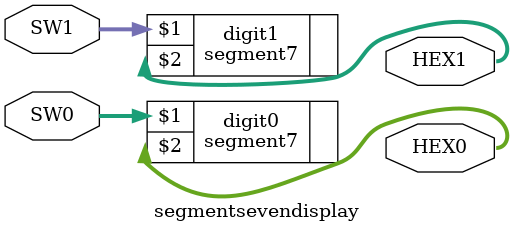
<source format=v>
module segmentsevendisplay(SW0, SW1, HEX0, HEX1); //displays on HEX0 and HEX1
	
	input [3:0] SW0;			// HEX0 takes input from SW0-SW3
	input [7:4] SW1;			//HEX1 takes input from SW4-SW7
	output [0:6] HEX0;		//HEX0 and HEX 1 output a 7-bit number
	output [0:6] HEX1;		
	
segment7 digit0 (SW0, HEX0); 	
segment7 digit1 (SW1, HEX1); 

endmodule //segmentsevendisplay
</source>
